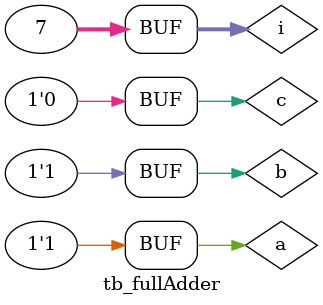
<source format=v>
module tb_fullAdder;
    reg a, b, c;
    wire s, co;
    integer i;

    fullAdder fa0 ( .a  (a),
                    .b  (b),
                    .c  (c),
                    .s  (s),
                    .co (co)
    );

    initial begin
        a <= 0;
        b <= 0;

        for (i = 0; i < 7; i = i + 1) begin
            {a, b, c} = i;
            #10;
        end
    end
    
endmodule
</source>
